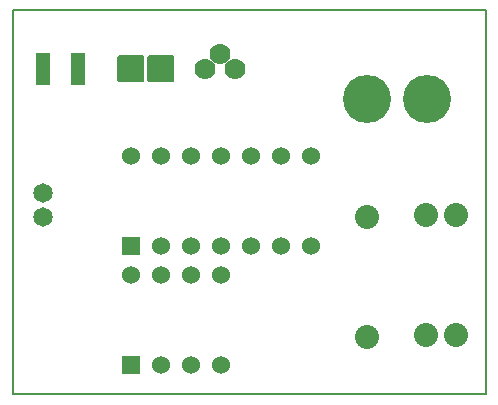
<source format=gbr>
G04 PROTEUS GERBER X2 FILE*
%TF.GenerationSoftware,Labcenter,Proteus,8.6-SP2-Build23525*%
%TF.CreationDate,2021-09-08T15:11:20+00:00*%
%TF.FileFunction,Soldermask,Top*%
%TF.FilePolarity,Negative*%
%TF.Part,Single*%
%FSLAX45Y45*%
%MOMM*%
G01*
%AMPPAD014*
4,1,4,
-0.571500,1.346200,
0.571500,1.346200,
0.571500,-1.346200,
-0.571500,-1.346200,
-0.571500,1.346200,
0*%
%TA.AperFunction,Material*%
%ADD22PPAD014*%
%ADD23C,1.651000*%
%AMPPAD016*
4,1,36,
-1.016000,1.143000,
1.016000,1.143000,
1.041970,1.140470,
1.065980,1.133200,
1.087580,1.121650,
1.106290,1.106290,
1.121650,1.087570,
1.133200,1.065980,
1.140470,1.041970,
1.143000,1.016000,
1.143000,-1.016000,
1.140470,-1.041970,
1.133200,-1.065980,
1.121650,-1.087570,
1.106290,-1.106290,
1.087580,-1.121650,
1.065980,-1.133200,
1.041970,-1.140470,
1.016000,-1.143000,
-1.016000,-1.143000,
-1.041970,-1.140470,
-1.065980,-1.133200,
-1.087580,-1.121650,
-1.106290,-1.106290,
-1.121650,-1.087570,
-1.133200,-1.065980,
-1.140470,-1.041970,
-1.143000,-1.016000,
-1.143000,1.016000,
-1.140470,1.041970,
-1.133200,1.065980,
-1.121650,1.087570,
-1.106290,1.106290,
-1.087580,1.121650,
-1.065980,1.133200,
-1.041970,1.140470,
-1.016000,1.143000,
0*%
%ADD24PPAD016*%
%TA.AperFunction,Material*%
%ADD25C,1.778000*%
%AMPPAD018*
4,1,36,
-0.635000,0.762000,
0.635000,0.762000,
0.660970,0.759470,
0.684980,0.752200,
0.706580,0.740650,
0.725290,0.725290,
0.740650,0.706570,
0.752200,0.684980,
0.759470,0.660970,
0.762000,0.635000,
0.762000,-0.635000,
0.759470,-0.660970,
0.752200,-0.684980,
0.740650,-0.706570,
0.725290,-0.725290,
0.706580,-0.740650,
0.684980,-0.752200,
0.660970,-0.759470,
0.635000,-0.762000,
-0.635000,-0.762000,
-0.660970,-0.759470,
-0.684980,-0.752200,
-0.706580,-0.740650,
-0.725290,-0.725290,
-0.740650,-0.706570,
-0.752200,-0.684980,
-0.759470,-0.660970,
-0.762000,-0.635000,
-0.762000,0.635000,
-0.759470,0.660970,
-0.752200,0.684980,
-0.740650,0.706570,
-0.725290,0.725290,
-0.706580,0.740650,
-0.684980,0.752200,
-0.660970,0.759470,
-0.635000,0.762000,
0*%
%TA.AperFunction,Material*%
%ADD26PPAD018*%
%ADD27C,1.524000*%
%TA.AperFunction,Material*%
%ADD28C,4.064000*%
%ADD29C,2.032000*%
%TA.AperFunction,Profile*%
%ADD19C,0.203200*%
%TD.AperFunction*%
D22*
X+250000Y+3250000D03*
X+550000Y+3250000D03*
D23*
X+250000Y+2200000D03*
X+250000Y+2000000D03*
D24*
X+1000000Y+3250000D03*
X+1254000Y+3250000D03*
D25*
X+1623000Y+3250000D03*
X+1750000Y+3377000D03*
X+1877000Y+3250000D03*
D26*
X+1000000Y+750000D03*
D27*
X+1254000Y+750000D03*
X+1508000Y+750000D03*
X+1762000Y+750000D03*
X+1762000Y+1512000D03*
X+1508000Y+1512000D03*
X+1254000Y+1512000D03*
X+1000000Y+1512000D03*
D26*
X+1000000Y+1750000D03*
D27*
X+1254000Y+1750000D03*
X+1508000Y+1750000D03*
X+1762000Y+1750000D03*
X+2016000Y+1750000D03*
X+2270000Y+1750000D03*
X+2524000Y+1750000D03*
X+2524000Y+2512000D03*
X+2270000Y+2512000D03*
X+2016000Y+2512000D03*
X+1762000Y+2512000D03*
X+1508000Y+2512000D03*
X+1254000Y+2512000D03*
X+1000000Y+2512000D03*
D28*
X+3000000Y+3000000D03*
X+3508000Y+3000000D03*
D29*
X+3000000Y+2000000D03*
X+3000000Y+984000D03*
X+3500000Y+1000000D03*
X+3500000Y+2016000D03*
X+3750000Y+1000000D03*
X+3750000Y+2016000D03*
D19*
X+0Y+500000D02*
X+4000000Y+500000D01*
X+4000000Y+3750000D01*
X+0Y+3750000D01*
X+0Y+500000D01*
M02*

</source>
